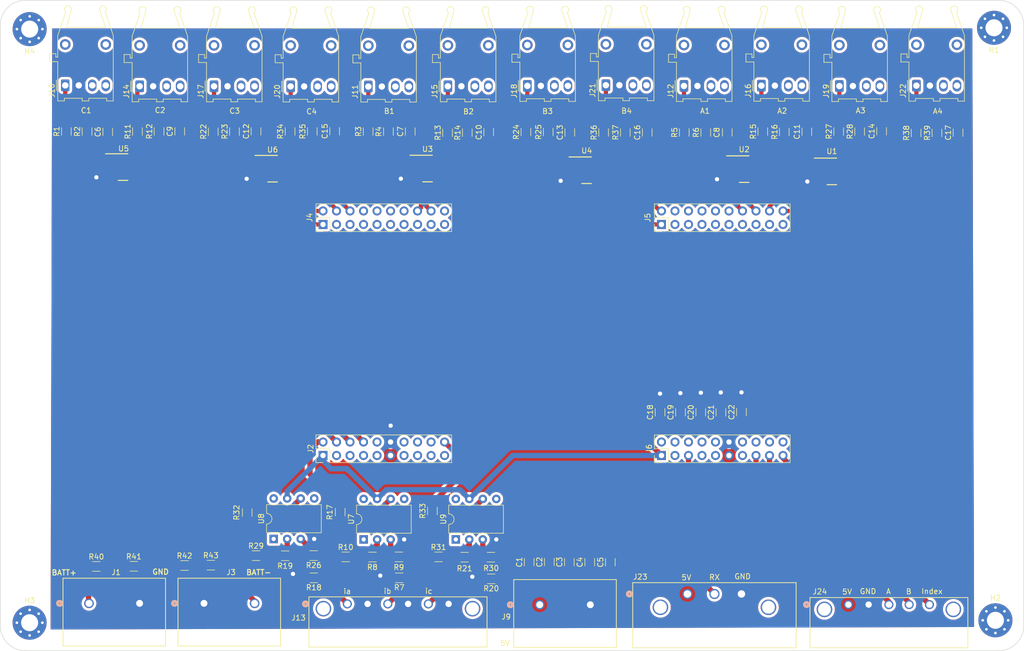
<source format=kicad_pcb>
(kicad_pcb (version 20221018) (generator pcbnew)
  (layers (0 "F.Cu" signal) (31 "B.Cu" signal) (34 "B.Paste" user) (35 "F.Paste" user) (36 "B.SilkS" user "B.Silkscreen") (37 "F.SilkS" user "F.Silkscreen") (38 "B.Mask" user) (39 "F.Mask" user) (44 "Edge.Cuts" user))
  (net 0 "")
  (net 1 "VCC")
  (net 2 "GND")
  (net 3 "+3.3V")
  (net 4 "/CH_A")
  (net 5 "/CH_B")
  (net 6 "/Index")
  (net 7 "+BATT")
  (net 9 "/sample_1")
  (net 11 "/sample_2")
  (net 13 "/ia_adc")
  (net 14 "/ib_adc")
  (net 15 "/ic_adc")
  (net 20 "/C1")
  (net 21 "/C2")
  (net 22 "/C3")
  (net 23 "/C4")
  (net 24 "/B1")
  (net 25 "/B2")
  (net 30 "/B3")
  (net 31 "/B4")
  (net 32 "/A1")
  (net 33 "/A2")
  (net 34 "/A3")
  (net 35 "/A4")
  (net 39 "/C1_In")
  (net 44 "/B1_In")
  (net 49 "/A1_In")
  (net 54 "ia_signal")
  (net 55 "ib_signal")
  (net 56 "ic_signal")
  (net 57 "/C2_In")
  (net 62 "/B2_In")
  (net 67 "/A2_In")
  (net 72 "/C3_In")
  (net 77 "/B3_In")
  (net 82 "/A3_In")
  (net 87 "/C4_In")
  (net 92 "/B4_In")
  (net 97 "/A4_In")
  (net 102 "Net-(U7-+)")
  (net 103 "Net-(U7--)")
  (net 104 "Net-(R10-Pad1)")
  (net 105 "Net-(U8-+)")
  (net 106 "Net-(U8--)")
  (net 107 "Net-(U9-+)")
  (net 108 "Net-(U9--)")
  (net 109 "Net-(R29-Pad1)")
  (net 110 "Net-(R31-Pad1)")
  (net 156 "/SCIC_RX")
  (net 160 "-BATT")
  (footprint "Package_DIP:DIP-8_W7.62mm" (layer "F.Cu") (at 110.74 128.34 90)
    (fp_text reference "U9")
    (fp_text value "TLV2371P")
  )
  (footprint "FYP_Components:SN75451BD" (layer "F.Cu") (at 181.47 59.07)
    (fp_text reference "U1")
    (fp_text value "SN75451BD")
  )
  (footprint "Resistor_SMD:R_1206_3216Metric" (layer "F.Cu") (at 50.865 51.5625 90)
    (fp_text reference "R11")
    (fp_text value "100")
  )
  (footprint "Resistor_SMD:R_1206_3216Metric" (layer "F.Cu") (at 117.35 131.68)
    (fp_text reference "R30")
    (fp_text value "4.3k")
  )
  (footprint "FYP_Components:SN75451BD" (layer "F.Cu") (at 76.29 58.56)
    (fp_text reference "U6")
    (fp_text value "SN75451BD")
  )
  (footprint "Resistor_SMD:R_1206_3216Metric" (layer "F.Cu") (at 73.17 131.39)
    (fp_text reference "R29")
    (fp_text value "10k")
  )
  (footprint "OptoDevice:Broadcom_AFBR-16xxZ_Horizontal" (layer "F.Cu") (at 182.88 43.005 90)
    (fp_text reference "J19")
    (fp_text value "HFBR-1521Z")
  )
  (footprint "MountingHole:MountingHole_3.2mm_M3_Pad_Via" (layer "F.Cu") (at 212.23 143.56)
    (fp_text reference "H2")
    (fp_text value "MountingHole")
  )
  (footprint "Resistor_SMD:R_1206_3216Metric" (layer "F.Cu") (at 201.23 51.8225 90)
    (fp_text reference "R39")
    (fp_text value "100")
  )
  (footprint "Resistor_SMD:R_1206_3216Metric" (layer "F.Cu") (at 78.66 131.41)
    (fp_text reference "R19")
    (fp_text value "20k")
  )
  (footprint "Connector_PinHeader_2.54mm:PinHeader_2x10_P2.54mm_Vertical" (layer "F.Cu") (at 85.7716 69.05774 90)
    (fp_text reference "J4")
    (fp_text value "Conn_02x10_Top_Bottom")
  )
  (footprint "Resistor_SMD:R_1206_3216Metric" (layer "F.Cu") (at 138.54 51.7425 90)
    (fp_text reference "R36")
    (fp_text value "100")
  )
  (footprint "Capacitor_SMD:C_1206_3216Metric" (layer "F.Cu") (at 161.79 51.72 90)
    (fp_text reference "C8")
    (fp_text value "4.7u")
  )
  (footprint "FYP_Components:SN75451BD" (layer "F.Cu") (at 105.43 58.53)
    (fp_text reference "U3")
    (fp_text value "SN75451BD")
  )
  (footprint "Connector_PinHeader_2.54mm:PinHeader_2x10_P2.54mm_Vertical" (layer "F.Cu") (at 149.424 69.05774 90)
    (fp_text reference "J5")
    (fp_text value "Conn_02x10_Top_Bottom")
  )
  (footprint "Resistor_SMD:R_1206_3216Metric" (layer "F.Cu") (at 41.39 51.555 90)
    (fp_text reference "R2")
    (fp_text value "100")
  )
  (footprint "Resistor_SMD:R_1206_3216Metric" (layer "F.Cu") (at 182.75 51.5725 90)
    (fp_text reference "R27")
    (fp_text value "100")
  )
  (footprint "Resistor_SMD:R_1206_3216Metric" (layer "F.Cu") (at 153.71 51.7425 90)
    (fp_text reference "R5")
    (fp_text value "100")
  )
  (footprint "OptoDevice:Broadcom_AFBR-16xxZ_Horizontal" (layer "F.Cu") (at 37.29 42.88 90)
    (fp_text reference "J10")
    (fp_text value "HFBR-1521Z")
  )
  (footprint "Resistor_SMD:R_1206_3216Metric" (layer "F.Cu") (at 59.72 133.24)
    (fp_text reference "R42")
    (fp_text value "1k")
  )
  (footprint "Resistor_SMD:R_1206_3216Metric" (layer "F.Cu") (at 107.49 131.63)
    (fp_text reference "R31")
    (fp_text value "10k")
  )
  (footprint "Resistor_SMD:R_1206_3216Metric" (layer "F.Cu") (at 50.19 133.39)
    (fp_text reference "R41")
    (fp_text value "1k")
  )
  (footprint "OptoDevice:Broadcom_AFBR-16xxZ_Horizontal" (layer "F.Cu") (at 79.68 43.075 90)
    (fp_text reference "J20")
    (fp_text value "HFBR-1521Z")
  )
  (footprint "Capacitor_SMD:C_1206_3216Metric" (layer "F.Cu") (at 102.17 51.57 90)
    (fp_text reference "C7")
    (fp_text value "4.7u")
  )
  (footprint "Resistor_SMD:R_1206_3216Metric" (layer "F.Cu") (at 83.75 51.555 90)
    (fp_text reference "R35")
    (fp_text value "100")
  )
  (footprint "Resistor_SMD:R_1206_3216Metric" (layer "F.Cu") (at 54.935 51.5425 90)
    (fp_text reference "R12")
    (fp_text value "100")
  )
  (footprint "Resistor_SMD:R_1206_3216Metric" (layer "F.Cu") (at 112.9 51.775 90)
    (fp_text reference "R14")
    (fp_text value "100")
  )
  (footprint "Resistor_SMD:R_1206_3216Metric" (layer "F.Cu") (at 197.31 51.8425 90)
    (fp_text reference "R38")
    (fp_text value "100")
  )
  (footprint "Capacitor_SMD:C_1206_3216Metric" (layer "F.Cu") (at 146.74 51.75 90)
    (fp_text reference "C16")
    (fp_text value "4.7u")
  )
  (footprint "Capacitor_SMD:C_1206_3216Metric" (layer "F.Cu") (at 135.93 132.62 90)
    (fp_text reference "C4")
    (fp_text value "0.1u")
  )
  (footprint "Resistor_SMD:R_1206_3216Metric" (layer "F.Cu") (at 84.04 135.57 180)
    (fp_text reference "R18")
    (fp_text value "5.6k")
  )
  (footprint "Capacitor_SMD:C_1206_3216Metric" (layer "F.Cu") (at 153.0016 104.41774 90)
    (fp_text reference "C19")
    (fp_text value "0.1u")
  )
  (footprint "Resistor_SMD:R_1206_3216Metric" (layer "F.Cu") (at 79.57 51.555 90)
    (fp_text reference "R34")
    (fp_text value "100")
  )
  (footprint "Resistor_SMD:R_1206_3216Metric" (layer "F.Cu") (at 157.75 51.7425 90)
    (fp_text reference "R6")
    (fp_text value "100")
  )
  (footprint "OptoDevice:Broadcom_AFBR-16xxZ_Horizontal" (layer "F.Cu") (at 109.25 43.045 90)
    (fp_text reference "J15")
    (fp_text value "HFBR-1521Z")
  )
  (footprint "MountingHole:MountingHole_3.2mm_M3_Pad_Via" (layer "F.Cu") (at 30.6 32.29 180)
    (fp_text reference "H4")
    (fp_text value "MountingHole")
  )
  (footprint "Resistor_SMD:R_1206_3216Metric" (layer "F.Cu") (at 100.05 131.63)
    (fp_text reference "R9")
    (fp_text value "4.3k")
  )
  (footprint "Capacitor_SMD:C_1206_3216Metric" (layer "F.Cu") (at 156.8116 104.41774 90)
    (fp_text reference "C20")
    (fp_text value "0.1u")
  )
  (footprint "Capacitor_SMD:C_1206_3216Metric" (layer "F.Cu") (at 58.82 51.54 90)
    (fp_text reference "C9")
    (fp_text value "4.7u")
  )
  (footprint "OptoDevice:Broadcom_AFBR-16xxZ_Horizontal" (layer "F.Cu") (at 168.21 42.935 90)
    (fp_text reference "J16")
    (fp_text value "HFBR-1521Z")
  )
  (footprint "Resistor_SMD:R_1206_3216Metric" (layer "F.Cu") (at 112.39 131.68)
    (fp_text reference "R21")
    (fp_text value "20k")
  )
  (footprint "Capacitor_SMD:C_1206_3216Metric" (layer "F.Cu") (at 176.76 51.6 90)
    (fp_text reference "C11")
    (fp_text value "4.7u")
  )
  (footprint "Capacitor_SMD:C_1206_3216Metric" (layer "F.Cu") (at 116.93 51.69 90)
    (fp_text reference "C10")
    (fp_text value "4.7u")
  )
  (footprint "Resistor_SMD:R_1206_3216Metric" (layer "F.Cu") (at 65.12 51.6025 90)
    (fp_text reference "R22")
    (fp_text value "100")
  )
  (footprint "Capacitor_SMD:C_1206_3216Metric" (layer "F.Cu") (at 190.82 51.51 90)
    (fp_text reference "C14")
    (fp_text value "4.7u")
  )
  (footprint "FYP_Components:CONN_1714971_PXC" (layer "F.Cu") (at 126.523399 140.630001)
    (fp_text reference "J9")
    (fp_text value "1714971")
  )
  (footprint "Resistor_SMD:R_1206_3216Metric" (layer "F.Cu") (at 168.48 51.575 90)
    (fp_text reference "R15")
    (fp_text value "100")
  )
  (footprint "FYP_Components:CONN_1714971_PXC" (layer "F.Cu") (at 63.383399 140.370001)
    (fp_text reference "J3")
    (fp_text value "1714971")
  )
  (footprint "OptoDevice:Broadcom_AFBR-16xxZ_Horizontal" (layer "F.Cu") (at 65.27 43.045 90)
    (fp_text reference "J17")
    (fp_text value "HFBR-1521Z")
  )
  (footprint "Resistor_SMD:R_1206_3216Metric" (layer "F.Cu") (at 109.19 51.795 90)
    (fp_text reference "R13")
    (fp_text value "100")
  )
  (footprint "FYP_Components:CONN_1776511" (layer "F.Cu") (at 164.4634 138.605596)
    (fp_text reference "J23")
    (fp_text value "Conn_01x03")
  )
  (footprint "Resistor_SMD:R_1206_3216Metric" (layer "F.Cu") (at 69.11 51.5825 90)
    (fp_text reference "R23")
    (fp_text value "100")
  )
  (footprint "OptoDevice:Broadcom_AFBR-16xxZ_Horizontal" (layer "F.Cu") (at 124.2 42.975 90)
    (fp_text reference "J18")
    (fp_text value "HFBR-1521Z")
  )
  (footprint "Resistor_SMD:R_1206_3216Metric" (layer "F.Cu") (at 95.07 131.65)
    (fp_text reference "R8")
    (fp_text value "20k")
  )
  (footprint "Resistor_SMD:R_1206_3216Metric" (layer "F.Cu") (at 123.93 51.66 90)
    (fp_text reference "R24")
    (fp_text value "100")
  )
  (footprint "Resistor_SMD:R_1206_3216Metric" (layer "F.Cu") (at 90.03 131.63)
    (fp_text reference "R10")
    (fp_text value "10k")
  )
  (footprint "Capacitor_SMD:C_1206_3216Metric" (layer "F.Cu") (at 164.4616 104.38774 90)
    (fp_text reference "C22")
    (fp_text value "0.1u")
  )
  (footprint "Resistor_SMD:R_1206_3216Metric" (layer "F.Cu") (at 64.68 133.18)
    (fp_text reference "R43")
    (fp_text value "120k")
  )
  (footprint "Capacitor_SMD:C_1206_3216Metric" (layer "F.Cu") (at 139.8 132.63 90)
    (fp_text reference "C5")
    (fp_text value "0.1u")
  )
  (footprint "Resistor_SMD:R_1206_3216Metric" (layer "F.Cu") (at 142.62 51.7425 90)
    (fp_text reference "R37")
    (fp_text value "100")
  )
  (footprint "Resistor_SMD:R_1206_3216Metric" (layer "F.Cu") (at 94.25 51.5725 90)
    (fp_text reference "R3")
    (fp_text value "100")
  )
  (footprint "Resistor_SMD:R_1206_3216Metric" (layer "F.Cu") (at 106.34 122.99 -90)
    (fp_text reference "R33")
    (fp_text value "330")
  )
  (footprint "Resistor_SMD:R_1206_3216Metric" (layer "F.Cu") (at 37.5 51.555 90)
    (fp_text reference "R1")
    (fp_text value "100")
  )
  (footprint "OptoDevice:Broadcom_AFBR-16xxZ_Horizontal" (layer "F.Cu") (at 94.29 43.1 90)
    (fp_text reference "J11")
    (fp_text value "HFBR-1521Z")
  )
  (footprint "Resistor_SMD:R_1206_3216Metric" (layer "F.Cu") (at 100.11 135.57 180)
    (fp_text reference "R7")
    (fp_text value "5.6k")
  )
  (footprint "OptoDevice:Broadcom_AFBR-16xxZ_Horizontal" (layer "F.Cu") (at 197.37 42.93 90)
    (fp_text reference "J22")
    (fp_text value "HFBR-1521Z")
  )
  (footprint "Resistor_SMD:R_1206_3216Metric" (layer "F.Cu") (at 89 123.2 -90)
    (fp_text reference "R17")
    (fp_text value "330")
  )
  (footprint "FYP_Components:SN75451BD" (layer "F.Cu") (at 164.98 58.64)
    (fp_text reference "U2")
    (fp_text value "SN75451BD")
  )
  (footprint "Package_DIP:DIP-8_W7.62mm" (layer "F.Cu") (at 93.41 128.34 90)
    (fp_text reference "U7")
    (fp_text value "TLV2371P")
  )
  (footprint "Capacitor_SMD:C_1206_3216Metric" (layer "F.Cu") (at 87.96 51.51 90)
    (fp_text reference "C15")
    (fp_text value "4.7u")
  )
  (footprint "Resistor_SMD:R_1206_3216Metric" (layer "F.Cu") (at 71.51 123.27 -90)
    (fp_text reference "R32")
    (fp_text value "330")
  )
  (footprint "Capacitor_SMD:C_1206_3216Metric" (layer "F.Cu") (at 132.09 132.6 90)
    (fp_text reference "C3")
    (fp_text value "0.1u")
  )
  (footprint "FYP_Components:CONN_1827907" (layer "F.Cu") (at 109.39 140.47)
    (fp_text reference "J13")
    (fp_text value "1827907")
  )
  (footprint "Capacitor_SMD:C_1206_3216Metric" (layer "F.Cu") (at 45.28 51.63 90)
    (fp_text reference "C6")
    (fp_text value "4.7u")
  )
  (footprint "Capacitor_SMD:C_1206_3216Metric" (layer "F.Cu") (at 149.1516 104.40274 90)
    (fp_text reference "C18")
    (fp_text value "0.1u")
  )
  (footprint "Capacitor_SMD:C_1206_3216Metric" (layer "F.Cu") (at 128.33 132.6 90)
    (fp_text reference "C2")
    (fp_text value "0.1u")
  )
  (footprint "OptoDevice:Broadcom_AFBR-16xxZ_Horizontal" (layer "F.Cu") (at 138.97 42.845 90)
    (fp_text reference "J21")
    (fp_text value "HFBR-1521Z")
  )
  (footprint "Resistor_SMD:R_1206_3216Metric" (layer "F.Cu") (at 128.12 51.66 90)
    (fp_text reference "R25")
    (fp_text value "100")
  )
  (footprint "Resistor_SMD:R_1206_3216Metric" (layer "F.Cu") (at 84 131.38)
    (fp_text reference "R26")
    (fp_text value "4.3k")
  )
  (footprint "Resistor_SMD:R_1206_3216Metric" (layer "F.Cu") (at 117.4 135.76 180)
    (fp_text reference "R20")
    (fp_text value "5.6k")
  )
  (footprint "Resistor_SMD:R_1206_3216Metric" (layer "F.Cu") (at 172.52 51.6325 90)
    (fp_text reference "R16")
    (fp_text value "100")
  )
  (footprint "Package_DIP:DIP-8_W7.62mm" (layer "F.Cu") (at 76.49 128.25 90)
    (fp_text reference "U8")
    (fp_text value "TLV2371P")
  )
  (footprint "FYP_Components:CONN_1714971_PXC" (layer "F.Cu") (at 41.753399 140.370001)
    (fp_text reference "J1")
    (fp_text value "1714971")
  )
  (footprint "OptoDevice:Broadcom_AFBR-16xxZ_Horizontal" (layer "F.Cu") (at 51.28 43.045 90)
    (fp_text reference "J14")
    (fp_text value "HFBR-1521Z")
  )
  (footprint "Capacitor_SMD:C_1206_3216Metric" (layer "F.Cu") (at 132.18 51.7375 90)
    (fp_text reference "C13")
    (fp_text value "4.7u")
  )
  (footprint "Resistor_SMD:R_1206_3216Metric" (layer "F.Cu") (at 43.13 133.42)
    (fp_text reference "R40")
    (fp_text value "120k")
  )
  (footprint "MountingHole:MountingHole_3.2mm_M3_Pad_Via" (layer "F.Cu") (at 30.59 144.01)
    (fp_text reference "H3")
    (fp_text value "MountingHole")
  )
  (footprint "OptoDevice:Broadcom_AFBR-16xxZ_Horizontal" (layer "F.Cu") (at 153.65 42.985 90)
    (fp_text reference "J12")
    (fp_text value "HFBR-1521Z")
  )
  (footprint "FYP_Components:SN75451BD" (layer "F.Cu") (at 135.34 58.85)
    (fp_text reference "U4")
    (fp_text value "SN75451BD")
  )
  (footprint "Connector_PinHeader_2.54mm:PinHeader_2x10_P2.54mm_Vertical" (layer "F.Cu") (at 149.424 112.54 90)
    (fp_text reference "J6")
    (fp_text value "Conn_02x10_Top_Bottom")
  )
  (footprint "Capacitor_SMD:C_1206_3216Metric" (layer "F.Cu") (at 124.5434 132.610001 90)
    (fp_text reference "C1")
    (fp_text value "0.1u")
  )
  (footprint "Capacitor_SMD:C_1206_3216Metric" (layer "F.Cu") (at 205.2 51.78 90)
    (fp_text reference "C17")
    (fp_text value "4.7u")
  )
  (footprint "Connector_PinHeader_2.54mm:PinHeader_2x10_P2.54mm_Vertical" (layer "F.Cu") (at 85.7716 112.54 90)
    (fp_text reference "J2")
    (fp_text value "Conn_02x10_Top_Bottom")
  )
  (footprint "Resistor_SMD:R_1206_3216Metric" (layer "F.Cu") (at 186.69 51.5725 90)
    (fp_text reference "R28")
    (fp_text value "100")
  )
  (footprint "FYP_Components:CONN_1827897" (layer "F.Cu") (at 199.8134 140.6026)
    (fp_text reference "J24")
    (fp_text value "Conn_01x05")
  )
  (footprint "Capacitor_SMD:C_1206_3216Metric" (layer "F.Cu") (at 160.6016 104.41774 90)
    (fp_text reference "C21")
    (fp_text value "0.1u")
  )
  (footprint "FYP_Components:SN75451BD" (layer "F.Cu") (at 48.165002 58.255)
    (fp_text reference "U5")
    (fp_text value "SN75451BD")
  )
  (footprint "MountingHole:MountingHole_3.2mm_M3_Pad_Via" (layer "F.Cu") (at 211.96 32.04 180)
    (fp_text reference "H1")
    (fp_text value "MountingHole")
  )
  (footprint "Resistor_SMD:R_1206_3216Metric" (layer "F.Cu") (at 98.07 51.5825 90)
    (fp_text reference "R4")
    (fp_text value "100")
  )
  (footprint "Capacitor_SMD:C_1206_3216Metric" (layer "F.Cu") (at 73.17 51.54 90)
    (fp_text reference "C12")
    (fp_text value "4.7u")
  )
  (gr_arc (start 217.56 144.569907) (mid 216.183148 147.893148) (end 212.859681 149.269453) (stroke (width 0.1)) (layer "Edge.Cuts"))
  (gr_line (start 217.56 144.569907) (end 217.56 31.57) (stroke (width 0.1)) (layer "Edge.Cuts"))
  (gr_arc (start 29.778917 149.269463) (mid 26.448824 147.889773) (end 25.069681 144.559453) (stroke (width 0.1)) (layer "Edge.Cuts"))
  (gr_arc (start 25.069681 31.559546) (mid 26.446533 28.236305) (end 29.77 26.86) (stroke (width 0.1)) (layer "Edge.Cuts"))
  (gr_line (start 212.859681 149.269453) (end 29.778917 149.269463) (stroke (width 0.1)) (layer "Edge.Cuts"))
  (gr_line (start 212.850764 26.86) (end 29.77 26.86) (stroke (width 0.1)) (layer "Edge.Cuts"))
  (gr_line (start 25.069681 31.559546) (end 25.069681 144.559453) (stroke (width 0.1)) (layer "Edge.Cuts"))
  (gr_arc (start 212.850764 26.85999) (mid 216.180857 28.23968) (end 217.56 31.57) (stroke (width 0.1)) (layer "Edge.Cuts"))
  (gr_text "A4" (at 200.39 48.33) (layer "F.SilkS") (effects (font (size 1 1)) (justify left bottom)))
  (gr_text "B" (at 195.33 138.74) (layer "F.SilkS") (effects (font (size 1 1)) (justify left bottom)))
  (gr_text "ib" (at 97.11 138.66) (layer "F.SilkS") (effects (font (size 1 1)) (justify left bottom)))
  (gr_text "B2" (at 112.05 48.39) (layer "F.SilkS") (effects (font (size 1 1)) (justify left bottom)))
  (gr_text "ia" (at 89.54 138.69) (layer "F.SilkS") (effects (font (size 1 1)) (justify left bottom)))
  (gr_text "5V" (at 183.33 138.78) (layer "F.SilkS") (effects (font (size 1 1)) (justify left bottom)))
  (gr_text "A" (at 191.59 138.72) (layer "F.SilkS") (effects (font (size 1 1)) (justify left bottom)))
  (gr_text "5V" (at 118.99 148.47) (layer "F.SilkS") (effects (font (size 1 1)) (justify left bottom)))
  (gr_text "B4" (at 141.79 48.27) (layer "F.SilkS") (effects (font (size 1 1)) (justify left bottom)))
  (gr_text "Index" (at 198.22 138.69) (layer "F.SilkS") (effects (font (size 1 1)) (justify left bottom)))
  (gr_text "C4" (at 82.55 48.38) (layer "F.SilkS") (effects (font (size 1 1)) (justify left bottom)))
  (gr_text "GND" (at 53.57 135.03) (layer "F.SilkS") (effects (font (size 1 1) (thickness 0.1875)) (justify left bottom)))
  (gr_text "ic" (at 104.89 138.66) (layer "F.SilkS") (effects (font (size 1 1)) (justify left bottom)))
  (gr_text "BATT-" (at 71.24 135.13) (layer "F.SilkS") (effects (font (size 1 1) (thickness 0.1875)) (justify left bottom)))
  (gr_text "A2" (at 171.12 48.27) (layer "F.SilkS") (effects (font (size 1 1)) (justify left bottom)))
  (gr_text "B3" (at 126.93 48.33) (layer "F.SilkS") (effects (font (size 1 1)) (justify left bottom)))
  (gr_text "BATT+" (at 34.65 135.17) (layer "F.SilkS") (effects (font (size 1 1) (thickness 0.1875)) (justify left bottom)))
  (gr_text "RX" (at 158.32 136.04) (layer "F.SilkS") (effects (font (size 1 1)) (justify left bottom)))
  (gr_text "C1" (at 40.15 48.19) (layer "F.SilkS") (effects (font (size 1 1)) (justify left bottom)))
  (gr_text "A3" (at 185.87 48.21) (layer "F.SilkS") (effects (font (size 1 1)) (justify left bottom)))
  (gr_text "GND" (at 163.06 135.9) (layer "F.SilkS") (effects (font (size 1 1)) (justify left bottom)))
  (gr_text "C2" (at 54.05 48.15) (layer "F.SilkS") (effects (font (size 1 1)) (justify left bottom)))
  (gr_text "A1" (at 156.6 48.27) (layer "F.SilkS") (effects (font (size 1 1)) (justify left bottom)))
  (gr_text "5V" (at 153.11 136.09) (layer "F.SilkS") (effects (font (size 1 1)) (justify left bottom)))
  (gr_text "C3" (at 68.07 48.27) (layer "F.SilkS") (effects (font (size 1 1)) (justify left bottom)))
  (gr_text "B1" (at 97.15 48.31) (layer "F.SilkS") (effects (font (size 1 1)) (justify left bottom)))
  (gr_text "GND" (at 186.64 138.7) (layer "F.SilkS") (effects (font (size 1 1)) (justify left bottom)))
  (segment (start 118.36 128.34) (end 118.36 131.2275) (width 1) (layer "F.Cu") (net 2))
  (segment (start 53.82 43.045) (end 53.82 45.04) (width 0.8) (layer "F.Cu") (net 2))
  (segment (start 156.8116 102.94274) (end 160.6016 102.94274) (width 1) (layer "F.Cu") (net 2))
  (segment (start 156.8116 100.7384) (end 156.83 100.72) (width 1) (layer "F.Cu") (net 2))
  (segment (start 135.93 131.145) (end 139.79 131.145) (width 1) (layer "F.Cu") (net 2))
  (segment (start 96.5325 135.1525) (end 96.54 135.16) (width 0.25) (layer "F.Cu") (net 2))
  (segment (start 170.75 42.935) (end 170.75 44.115) (width 0.8) (layer "F.Cu") (net 2))
  (segment (start 149.15 100.9) (end 149.15 102.92614) (width 1) (layer "F.Cu") (net 2))
  (segment (start 199.91 45.015) (end 205.2 50.305) (width 0.8) (layer "F.Cu") (net 2))
  (segment (start 45.28 50.12) (end 45.28 50.155) (width 0.8) (layer "F.Cu") (net 2))
  (segment (start 51.2734 139.9509) (end 51.2734 140.370001) (width 1) (layer "F.Cu") (net 2))
  (segment (start 185.42 44.635) (end 190.82 50.035) (width 0.8) (layer "F.Cu") (net 2))
  (segment (start 162.254999 60.545) (end 159.865 60.545) (width 0.8) (layer "F.Cu") (net 2))
  (segment (start 84.11 128.25) (end 84.11 130.0275) (width 1) (layer "F.Cu") (net 2))
  (segment (start 51.6525 139.990901) (end 51.2734 140.370001) (width 1) (layer "F.Cu") (net 2))
  (segment (start 82.22 43.075) (end 82.22 44.295) (width 0.8) (layer "F.Cu") (net 2))
  (segment (start 118.36 131.2275) (end 118.8125 131.68) (width 1) (layer "F.Cu") (net 2))
  (segment (start 128.319999 131.135001) (end 128.33 131.125) (width 0.25) (layer "F.Cu") (net 2))
  (segment (start 98.4716 110) (end 98.4716 106.9484) (width 1) (layer "F.Cu") (net 2))
  (segment (start 135.93 131.145) (end 137.93 133.145) (width 1) (layer "F.Cu") (net 2))
  (segment (start 160.6016 102.94274) (end 164.4316 102.94274) (width 1) (layer "F.Cu") (net 2))
  (segment (start 160.6016 100.7016) (end 160.58 100.68) (width 1) (layer "F.Cu") (net 2))
  (segment (start 152.9866 102.92774) (end 153.0016 102.94274) (width 0.25) (layer "F.Cu") (net 2))
  (segment (start 126.74 42.975) (end 126.74 44.8225) (width 0.8) (layer "F.Cu") (net 2))
  (segment (start 96.5325 131.65) (end 96.5325 135.1525) (width 1) (layer "F.Cu") (net 2))
  (segment (start 98.4716 106.9484) (end 98.49 106.93) (width 0.25) (layer "F.Cu") (net 2))
  (segment (start 63.383399 140.1934) (end 63.383399 140.370001) (width 1) (layer "F.Cu") (net 2))
  (segment (start 102.704999 60.435) (end 100.415 60.435) (width 0.8) (layer "F.Cu") (net 2))
  (segment (start 80.1225 131.41) (end 80.1225 134.8275) (width 1) (layer "F.Cu") (net 2))
  (segment (start 152.98 102.92114) (end 152.9866 102.92774) (width 0.25) (layer "F.Cu") (net 2))
  (segment (start 67.81 43.045) (end 67.81 44.73) (width 0.8) (layer "F.Cu") (net 2))
  (segment (start 137.93 138.743401) (end 136.0434 140.630001) (width 1) (layer "F.Cu") (net 2))
  (segment (start 160.6016 102.94274) (end 160.6016 100.7016) (width 1) (layer "F.Cu") (net 2))
  (segment (start 199.91 42.93) (end 199.91 45.015) (width 0.8) (layer "F.Cu") (net 2))
  (segment (start 178.744999 60.975) (end 176.855 60.975) (width 0.8) (layer "F.Cu") (net 2))
  (segment (start 100.415 60.435) (end 100.41 60.44) (width 0.8) (layer "F.Cu") (net 2))
  (segment (start 152.98 100.8) (end 152.98 102.92114) (width 1) (layer "F.Cu") (net 2))
  (segment (start 101.03 131.1475) (end 101.5125 131.63) (width 1) (layer "F.Cu") (net 2))
  (segment (start 58.82 50.04) (end 58.82 50.065) (width 0.8) (layer "F.Cu") (net 2))
  (segment (start 39.83 42.88) (end 39.83 44.67) (width 0.8) (layer "F.Cu") (net 2))
  (segment (start 84.11 130.0275) (end 85.4625 131.38) (width 1) (layer "F.Cu") (net 2))
  (segment (start 139.79 131.145) (end 139.8 131.155) (width 0.25) (layer "F.Cu") (net 2))
  (segment (start 135.91 131.125) (end 135.93 131.145) (width 0.25) (layer "F.Cu") (net 2))
  (segment (start 80.1225 134.8275) (end 80.12 134.83) (width 0.25) (layer "F.Cu") (net 2))
  (segment (start 141.51 42.845) (end 141.51 45.045) (width 0.8) (layer "F.Cu") (net 2))
  (segment (start 185.42 43.005) (end 185.42 44.635) (width 0.8) (layer "F.Cu") (net 2))
  (segment (start 149.15 102.92614) (end 149.1516 102.92774) (width 0.25) (layer "F.Cu") (net 2))
  (segment (start 156.19 44.645) (end 161.79 50.245) (width 0.8) (layer "F.Cu") (net 2))
  (segment (start 170.75 44.115) (end 176.76 50.125) (width 0.8) (layer "F.Cu") (net 2))
  (segment (start 39.83 44.67) (end 45.28 50.12) (width 0.8) (layer "F.Cu") (net 2))
  (segment (start 96.83 44.755) (end 102.17 50.095) (width 0.8) (layer "F.Cu") (net 2))
  (segment (start 111.79 45.075) (end 116.93 50.215) (width 0.8) (layer "F.Cu") (net 2))
  (segment (start 124.5434 131.135001) (end 128.319999 131.135001) (width 1) (layer "F.Cu") (net 2))
  (segment (start 128.33 131.125) (end 132.09 131.125) (width 1) (layer "F.Cu") (net 2))
  (segment (start 113.8525 131.68) (end 113.8525 135.3575) (width 1) (layer "F.Cu") (net 2))
  (segment (start 51.6525 133.39) (end 51.6525 139.990901) (width 1) (layer "F.Cu") (net 2))
  (segment (start 164.4316 102.94274) (end 164.4616 102.91274) (width 0.25) (layer "F.Cu") (net 2))
  (segment (start 73.145 50.065) (end 73.17 50.065) (width 0.8) (layer "F.Cu") (net 2))
  (segment (start 58.2575 135.067501) (end 63.383399 140.1934) (width 1) (layer "F.Cu") (net 2))
  (segment (start 130.545 60.755) (end 132.614999 60.755) (width 0.8) (layer "F.Cu") (net 2))
  (segment (start 96.83 43.1) (end 96.83 44.755) (width 0.8) (layer "F.Cu") (net 2))
  (segment (start 113.8525 135.3575) (end 113.85 135.36) (width 0.25) (layer "F.Cu") (net 2))
  (segment (start 73.564999 60.465) (end 71.415 60.465) (width 0.8) (layer "F.Cu") (net 2))
  (segment (start 164.4316 102.94274) (end 164.4316 100.6984) (width 1) (layer "F.Cu") (net 2))
  (segment (start 137.93 133.145) (end 137.93 138.743401) (width 1) (layer "F.Cu") (net 2))
  (segment (start 126.74 44.8225) (end 132.18 50.2625) (width 0.8) (layer "F.Cu") (net 2))
  (segment (start 164.4316 100.6984) (end 164.47 100.66) (width 0.25) (layer "F.Cu") (net 2))
  (segment (start 149.1516 102.92774) (end 152.9866 102.92774) (width 1) (layer "F.Cu") (net 2))
  (segment (start 82.22 44.295) (end 87.96 50.035) (width 0.8) (layer "F.Cu") (net 2))
  (segment (start 153.0016 102.94274) (end 156.8116 102.94274) (width 1) (layer "F.Cu") (net 2))
  (segment (start 71.415 60.465) (end 71.41 60.46) (width 0.8) (layer "F.Cu") (net 2))
  (segment (start 156.19 42.985) (end 156.19 44.645) (width 0.8) (layer "F.Cu") (net 2))
  (segment (start 130.46 60.84) (end 130.545 60.755) (width 0.8) (layer "F.Cu") (net 2))
  (segment (start 101.03 128.34) (end 101.03 131.1475) (width 1) (layer "F.Cu") (net 2))
  (segment (start 156.8116 102.94274) (end 156.8116 100.7384) (width 1) (layer "F.Cu") (net 2))
  (segment (start 141.51 45.045) (end 146.74 50.275) (width 0.8) (layer "F.Cu") (net 2))
  (segment (start 67.81 44.73) (end 73.145 50.065) (width 0.8) (layer "F.Cu") (net 2))
  (segment (start 111.79 43.045) (end 111.79 45.075) (width 0.8) (layer "F.Cu") (net 2))
  (segment (start 58.2575 133.24) (end 58.2575 135.067501) (width 1) (layer "F.Cu") (net 2))
  (segment (start 132.09 131.125) (end 135.91 131.125) (width 1) (layer "F.Cu") (net 2))
  (segment (start 53.82 45.04) (end 58.82 50.04) (width 0.8) (layer "F.Cu") (net 2))
  (segment (start 45.454999 60.185) (end 43.145 60.185) (width 0.8) (layer "F.Cu") (net 2))
  (via (at 43.145 60.185) (size 1.6) (drill 0.8) (layers "F.Cu" "B.Cu") (net 2))
  (via (at 96.54 135.16) (size 1.6) (drill 0.8) (layers "F.Cu" "B.Cu") (net 2))
  (via (at 152.98 100.8) (size 1.6) (drill 0.8) (layers "F.Cu" "B.Cu") (net 2))
  (via (at 98.49 106.93) (size 1.6) (drill 0.8) (layers "F.Cu" "B.Cu") (net 2))
  (via (at 80.12 134.83) (size 1.6) (drill 0.8) (layers "F.Cu" "B.Cu") (net 2))
  (via (at 160.58 100.68) (size 1.6) (drill 0.8) (layers "F.Cu" "B.Cu") (net 2))
  (via (at 149.15 100.9) (size 1.6) (drill 0.8) (layers "F.Cu" "B.Cu") (net 2))
  (via (at 130.46 60.84) (size 1.6) (drill 0.8) (layers "F.Cu" "B.Cu") (net 2))
  (via (at 71.41 60.46) (size 1.6) (drill 0.8) (layers "F.Cu" "B.Cu") (net 2))
  (via (at 100.41 60.44) (size 1.6) (drill 0.8) (layers "F.Cu" "B.Cu") (net 2))
  (via (at 156.83 100.72) (size 1.6) (drill 0.8) (layers "F.Cu" "B.Cu") (net 2))
  (via (at 164.47 100.66) (size 1.6) (drill 0.8) (layers "F.Cu" "B.Cu") (net 2))
  (via (at 176.855 60.975) (size 1.6) (drill 0.8) (layers "F.Cu" "B.Cu") (net 2))
  (via (at 113.85 135.36) (size 1.6) (drill 0.8) (layers "F.Cu" "B.Cu") (net 2))
  (via (at 159.865 60.545) (size 1.6) (drill 0.8) (layers "F.Cu" "B.Cu") (net 2))
  (segment (start 152.9866 105.87774) (end 153.0016 105.89274) (width 1) (layer "F.Cu") (net 3))
  (segment (start 156.8116 105.89274) (end 160.6016 105.89274) (width 1) (layer "F.Cu") (net 3))
  (segment (start 164.4316 105.89274) (end 164.4616 105.86274) (width 1) (layer "F.Cu") (net 3))
  (segment (start 146.98 108.04934) (end 146.98 110.096) (width 1) (layer "F.Cu") (net 3))
  (segment (start 146.98 110.096) (end 149.424 112.54) (width 1) (layer "F.Cu") (net 3))
  (segment (start 160.6016 105.89274) (end 164.4316 105.89274) (width 1) (layer "F.Cu") (net 3))
  (segment (start 153.0016 105.89274) (end 156.8116 105.89274) (width 1) (layer "F.Cu") (net 3))
  (segment (start 149.1516 105.87774) (end 152.9866 105.87774) (width 1) (layer "F.Cu") (net 3))
  (segment (start 149.1516 105.87774) (end 146.98 108.04934) (width 1) (layer "F.Cu") (net 3))
  (segment (start 95.95 120.72) (end 97.69 118.98) (width 1) (layer "B.Cu") (net 3))
  (segment (start 113.28 120.72) (end 121.46 112.54) (width 1) (layer "B.Cu") (net 3))
  (segment (start 85.7716 112.54) (end 79.03 119.2816) (width 1) (layer "B.Cu") (net 3))
  (segment (start 85.7716 112.54) (end 85.7716 113.5316) (width 1) (layer "B.Cu") (net 3))
  (segment (start 90.25 115.02) (end 95.95 120.72) (width 1) (layer "B.Cu") (net 3))
  (segment (start 87.26 115.02) (end 90.25 115.02) (width 1) (layer "B.Cu") (net 3))
  (segment (start 121.46 112.54) (end 149.424 112.54) (width 1) (layer "B.Cu") (net 3))
  (segment (start 95.95 120.72) (end 95.93 120.72) (width 0.25) (layer "B.Cu") (net 3))
  (segment (start 85.7716 113.5316) (end 87.26 115.02) (width 1) (layer "B.Cu") (net 3))
  (segment (start 97.69 118.98) (end 111.54 118.98) (width 1) (layer "B.Cu") (net 3))
  (segment (start 111.54 118.98) (end 113.28 120.72) (width 1) (layer "B.Cu") (net 3))
  (segment (start 79.03 119.2816) (end 79.03 120.63) (width 1) (layer "B.Cu") (net 3))
  (segment (start 167.204 112.54) (end 167.204 115.074) (width 1) (layer "F.Cu") (net 4))
  (segment (start 192.1934 140.0634) (end 192.1934 140.6026) (width 1) (layer "F.Cu") (net 4))
  (segment (start 167.204 115.074) (end 192.1934 140.0634) (width 1) (layer "F.Cu") (net 4))
  (segment (start 169.744 112.54) (end 169.744 112.794) (width 1) (layer "F.Cu") (net 5))
  (segment (start 169.744 113.944) (end 196.0034 140.2034) (width 1) (layer "F.Cu") (net 5))
  (segment (start 196.0034 140.2034) (end 196.0034 140.6026) (width 1) (layer "F.Cu") (net 5))
  (segment (start 169.744 112.54) (end 169.744 113.944) (width 1) (layer "F.Cu") (net 5))
  (segment (start 172.284 112.54) (end 172.284 113.044) (width 1) (layer "F.Cu") (net 6))
  (segment (start 172.284 113.044) (end 199.8134 140.5734) (width 1) (layer "F.Cu") (net 6))
  (segment (start 172.284 112.54) (end 172.03 112.54) (width 0.25) (layer "F.Cu") (net 6))
  (segment (start 199.8134 140.5734) (end 199.8134 140.6026) (width 1) (layer "F.Cu") (net 6))
  (segment (start 41.6675 140.284102) (end 41.753399 140.370001) (width 0.25) (layer "F.Cu") (net 7))
  (segment (start 41.6675 133.42) (end 41.6675 140.284102) (width 1) (layer "F.Cu") (net 7))
  (segment (start 44.5925 133.42) (end 48.6975 133.42) (width 1) (layer "F.Cu") (net 9))
  (segment (start 48.6975 133.42) (end 48.7275 133.39) (width 0.25) (layer "F.Cu") (net 9))
  (segment (start 48.75 133.39) (end 77.51 104.63) (width 1) (layer "F.Cu") (net 9))
  (segment (start 88.0216 104.63) (end 93.3916 110) (width 1) (layer "F.Cu") (net 9))
  (segment (start 77.51 104.63) (end 88.0216 104.63) (width 1) (layer "F.Cu") (net 9))
  (segment (start 48.7275 133.39) (end 48.75 133.39) (width 1) (layer "F.Cu") (net 9))
  (segment (start 61.1825 133.24) (end 63.1575 133.24) (width 1) (layer "F.Cu") (net 11))
  (segment (start 83.54 106.35) (end 63.2175 126.6725) (width 1) (layer "F.Cu") (net 11))
  (segment (start 90.8516 109.9916) (end 87.21 106.35) (width 1) (layer "F.Cu") (net 11))
  (segment (start 63.2175 126.6725) (end 63.2175 133.18) (width 1) (layer "F.Cu") (net 11))
  (segment (start 63.1575 133.24) (end 63.2175 133.18) (width 0.25) (layer "F.Cu") (net 11))
  (segment (start 87.21 106.35) (end 83.54 106.35) (width 1) (layer "F.Cu") (net 11))
  (segment (start 90.8516 110) (end 90.8516 109.9916) (width 0.25) (layer "F.Cu") (net 11))
  (segment (start 71.51 120.9) (end 84.38 108.03) (width 1) (layer "F.Cu") (net 13))
  (segment (start 84.38 108.03) (end 86.3416 108.03) (width 1) (layer "F.Cu") (net 13))
  (segment (start 71.51 121.8075) (end 71.51 120.9) (width 1) (layer "F.Cu") (net 13))
  (segment (start 86.3416 108.03) (end 88.3116 110) (width 1) (layer "F.Cu") (net 13))
  (segment (start 84.79 110) (end 85.7716 110) (width 1) (layer "F.Cu") (net 14))
  (segment (start 83.32 111.47) (end 84.79 110) (width 1) (layer "F.Cu") (net 14))
  (segment (start 89 121.7375) (end 83.32 116.0575) (width 1) (layer "F.Cu") (net 14))
  (segment (start 83.32 116.0575) (end 83.32 111.47) (width 1) (layer "F.Cu") (net 14))
  (segment (start 110.68 117.1875) (end 110.68 112.0484) (width 1) (layer "F.Cu") (net 15))
  (segment (start 106.34 121.5275) (end 110.68 117.1875) (width 1) (layer "F.Cu") (net 15))
  (segment (start 110.68 112.0484) (end 108.6316 110) (width 1) (layer "F.Cu") (net 15))
  (segment (start 46.465 57.645) (end 47.02 58.2) (width 0.8) (layer "F.Cu") (net 20))
  (segment (start 47.02 62.64) (end 53.43774 69.05774) (width 0.8) (layer "F.Cu") (net 20))
  (segment (start 47.02 58.2) (end 47.02 62.64) (width 0.8) (layer "F.Cu") (net 20))
  (segment (start 45.454999 57.645) (end 46.465 57.645) (width 0.8) (layer "F.Cu") (net 20))
  (segment (start 53.43774 69.05774) (end 85.7716 69.05774) (width 0.8) (layer "F.Cu") (net 20))
  (segment (start 52.255 57.645) (end 61.12774 66.51774) (width 0.8) (layer "F.Cu") (net 21))
  (segment (start 50.904998 57.645) (end 52.255 57.645) (width 0.8) (layer "F.Cu") (net 21))
  (segment (start 61.12774 66.51774) (end 85.7716 66.51774) (width 0.8) (layer "F.Cu") (net 21))
  (segment (start 88.3116 66.2516) (end 88.3116 66.51774) (width 0.8) (layer "F.Cu") (net 22))
  (segment (start 75.11 60.4) (end 78.68 63.97) (width 0.8) (layer "F.Cu") (net 22))
  (segment (start 86.03 63.97) (end 88.3116 66.2516) (width 0.8) (layer "F.Cu") (net 22))
  (segment (start 75.11 58.62) (end 75.11 60.4) (width 0.8) (layer "F.Cu") (net 22))
  (segment (start 78.68 63.97) (end 86.03 63.97) (width 0.8) (layer "F.Cu") (net 22))
  (segment (start 73.564999 57.925) (end 74.415 57.925) (width 0.8) (layer "F.Cu") (net 22))
  (segment (start 74.415 57.925) (end 75.11 58.62) (width 0.8) (layer "F.Cu") (net 22))
  (segment (start 82.25886 57.925) (end 90.8516 66.51774) (width 0.8) (layer "F.Cu") (net 23))
  (segment (start 79.014998 57.925) (end 82.25886 57.925) (width 0.8) (layer "F.Cu") (net 23))
  (segment (start 102.704999 57.895) (end 103.475 57.895) (width 0.8) (layer "F.Cu") (net 24))
  (segment (start 104.18 65.88934) (end 103.5516 66.51774) (width 0.8) (layer "F.Cu") (net 24))
  (segment (start 103.475 57.895) (end 104.18 58.6) (width 0.8) (layer "F.Cu") (net 24))
  (segment (start 104.18 58.6) (end 104.18 65.88934) (width 0.8) (layer "F.Cu") (net 24))
  (segment (start 108.154998 57.895) (end 106.245 57.895) (width 0.8) (layer "F.Cu") (net 25))
  (segment (start 105.240001 58.899999) (end 105.24 65.66614) (width 0.8) (layer "F.Cu") (net 25))
  (segment (start 106.245 57.895) (end 105.240001 58.899999) (width 0.8) (layer "F.Cu") (net 25))
  (segment (start 105.24 65.66614) (end 106.0916 66.51774) (width 0.8) (layer "F.Cu") (net 25))
  (segment (start 142.35774 69.05774) (end 149.424 69.05774) (width 0.8) (layer "F.Cu") (net 30))
  (segment (start 134.14 60.84) (end 142.35774 69.05774) (width 0.8) (layer "F.Cu") (net 30))
  (segment (start 133.585 58.215) (end 134.14 58.77) (width 0.8) (layer "F.Cu") (net 30))
  (segment (start 134.14 58.77) (end 134.14 60.84) (width 0.8) (layer "F.Cu") (net 30))
  (segment (start 132.614999 58.215) (end 133.585 58.215) (width 0.8) (layer "F.Cu") (net 30))
  (segment (start 138.064998 58.215) (end 140.86726 58.215) (width 0.8) (layer "F.Cu") (net 31))
  (segment (start 149.17 66.51774) (end 149.424 66.51774) (width 0.8) (layer "F.Cu") (net 31))
  (segment (start 140.86726 58.215) (end 149.17 66.51774) (width 0.8) (layer "F.Cu") (net 31))
  (segment (start 162.254999 58.005) (end 163.185 58.005) (width 0.8) (layer "F.Cu") (net 32))
  (segment (start 163.185 58.005) (end 163.81 58.63) (width 0.8) (layer "F.Cu") (net 32))
  (segment (start 163.81 58.63) (end 163.81 65.66374) (width 0.8) (layer "F.Cu") (net 32))
  (segment (start 163.81 65.66374) (end 164.664 66.51774) (width 0.8) (layer "F.Cu") (net 32))
  (segment (start 167.704998 58.005) (end 165.565 58.005) (width 0.8) (layer "F.Cu") (net 33))
  (segment (start 164.810001 58.759999) (end 164.810001 64.080001) (width 0.8) (layer "F.Cu") (net 33))
  (segment (start 167.204 66.474) (end 167.204 66.51774) (width 0.8) (layer "F.Cu") (net 33))
  (segment (start 165.565 58.005) (end 164.810001 58.759999) (width 0.8) (layer "F.Cu") (net 33))
  (segment (start 164.810001 64.080001) (end 167.204 66.474) (width 0.8) (layer "F.Cu") (net 33))
  (segment (start 176.975 58.435) (end 169.744 65.666) (width 0.8) (layer "F.Cu") (net 34))
  (segment (start 178.744999 58.435) (end 176.975 58.435) (width 0.8) (layer "F.Cu") (net 34))
  (segment (start 169.744 65.666) (end 169.744 66.51774) (width 0.8) (layer "F.Cu") (net 34))
  (segment (start 180.35 60.45) (end 180.35 61.62) (width 0.8) (layer "F.Cu") (net 35))
  (segment (start 175.45226 66.51774) (end 172.284 66.51774) (width 0.8) (layer "F.Cu") (net 35))
  (segment (start 180.35 61.62) (end 175.45226 66.51774) (width 0.8) (layer "F.Cu") (net 35))
  (segment (start 184.194998 58.435) (end 182.365 58.435) (width 0.8) (layer "F.Cu") (net 35))
  (segment (start 182.365 58.435) (end 180.35 60.45) (width 0.8) (layer "F.Cu") (net 35))
  (segment (start 44.545 58.915) (end 45.454999 58.915) (width 0.8) (layer "F.Cu") (net 39))
  (segment (start 37.29 49.8825) (end 37.5 50.0925) (width 0.8) (layer "F.Cu") (net 39))
  (segment (start 43.41 57.78) (end 44.545 58.915) (width 0.8) (layer "F.Cu") (net 39))
  (segment (start 37.5 50.0925) (end 41.39 50.0925) (width 0.8) (layer "F.Cu") (net 39))
  (segment (start 41.39 50.0925) (end 42.0725 50.0925) (width 0.8) (layer "F.Cu") (net 39))
  (segment (start 43.41 51.43) (end 43.41 57.78) (width 0.8) (layer "F.Cu") (net 39))
  (segment (start 37.29 42.88) (end 37.29 49.8825) (width 0.8) (layer "F.Cu") (net 39))
  (segment (start 42.0725 50.0925) (end 43.41 51.43) (width 0.8) (layer "F.Cu") (net 39))
  (segment (start 100.19 51.56) (end 100.19 57.86) (width 0.8) (layer "F.Cu") (net 44))
  (segment (start 100.19 57.86) (end 101.495 59.165) (width 0.8) (layer "F.Cu") (net 44))
  (segment (start 101.495 59.165) (end 102.704999 59.165) (width 0.8) (layer "F.Cu") (net 44))
  (segment (start 94.29 43.1) (end 94.29 50.07) (width 0.8) (layer "F.Cu") (net 44))
  (segment (start 98.75 50.12) (end 100.19 51.56) (width 0.8) (layer "F.Cu") (net 44))
  (segment (start 94.29 50.07) (end 94.25 50.11) (width 0.8) (layer "F.Cu") (net 44))
  (segment (start 94.25 50.11) (end 98.06 50.11) (width 0.8) (layer "F.Cu") (net 44))
  (segment (start 98.07 50.12) (end 98.75 50.12) (width 0.8) (layer "F.Cu") (net 44))
  (segment (start 98.06 50.11) (end 98.07 50.12) (width 0.8) (layer "F.Cu") (net 44))
  (segment (start 160.845 59.275) (end 162.254999 59.275) (width 0.8) (layer "F.Cu") (net 49))
  (segment (start 159.82 58.25) (end 160.845 59.275) (width 0.8) (layer "F.Cu") (net 49))
  (segment (start 157.75 50.28) (end 158.43 50.28) (width 0.8) (layer "F.Cu") (net 49))
  (segment (start 153.65 50.22) (end 153.71 50.28) (width 0.8) (layer "F.Cu") (net 49))
  (segment (start 158.43 50.28) (end 159.82 51.67) (width 0.8) (layer "F.Cu") (net 49))
  (segment (start 153.65 42.985) (end 153.65 50.22) (width 0.8) (layer "F.Cu") (net 49))
  (segment (start 153.71 50.28) (end 157.75 50.28) (width 0.8) (layer "F.Cu") (net 49))
  (segment (start 159.82 51.67) (end 159.82 58.25) (width 0.8) (layer "F.Cu") (net 49))
  (segment (start 90.34 140.4075) (end 90.34 140.47) (width 0.25) (layer "F.Cu") (net 54))
  (segment (start 85.5025 135.57) (end 90.34 140.4075) (width 1) (layer "F.Cu") (net 54))
  (segment (start 101.5725 135.57) (end 101.5725 136.8575) (width 1) (layer "F.Cu") (net 55))
  (segment (start 101.5725 136.8575) (end 97.96 140.47) (width 1) (layer "F.Cu") (net 55))
  (segment (start 118.8625 135.76) (end 116.3925 138.23) (width 1) (layer "F.Cu") (net 56))
  (segment (start 116.3925 138.23) (end 107.82 138.23) (width 1) (layer "F.Cu") (net 56))
  (segment (start 107.82 138.23) (end 105.58 140.47) (width 1) (layer "F.Cu") (net 56))
  (segment (start 50.32 50.1) (end 50.865 50.1) (width 0.8) (layer "F.Cu") (net 57))
  (segment (start 48.06 59.4) (end 48.06 52.36) (width 0.8) (layer "F.Cu") (net 57))
  (segment (start 50.85 50.085) (end 50.865 50.1) (width 0.8) (layer "F.Cu") (net 57))
  (segment (start 50.904998 60.185) (end 48.845 60.185) (width 0.8) (layer "F.Cu") (net 57))
  (segment (start 50.85 43.475) (end 50.85 50.085) (width 0.8) (layer "F.Cu") (net 57))
  (segment (start 51.28 43.045) (end 50.85 43.475) (width 0.8) (layer "F.Cu") (net 57))
  (segment (start 48.06 52.36) (end 50.32 50.1) (width 0.8) (layer "F.Cu") (net 57))
  (segment (start 48.845 60.185) (end 48.06 59.4) (width 0.8) (layer "F.Cu") (net 57))
  (segment (start 50.865 50.1) (end 54.915 50.1) (width 0.8) (layer "F.Cu") (net 57))
  (segment (start 54.915 50.1) (end 54.935 50.08) (width 0.8) (layer "F.Cu") (net 57))
  (segment (start 111.17 59.69) (end 110.425 60.435) (width 0.8) (layer "F.Cu") (net 62))
  (segment (start 111.17 52.1925) (end 111.17 59.69) (width 0.8) (layer "F.Cu") (net 62))
  (segment (start 110.425 60.435) (end 108.154998 60.435) (width 0.8) (layer "F.Cu") (net 62))
  (segment (start 109.19 50.3325) (end 112.88 50.3325) (width 0.8) (layer "F.Cu") (net 62))
  (segment (start 109.25 50.2725) (end 111.17 52.1925) (width 0.8) (layer "F.Cu") (net 62))
  (segment (start 109.25 50.2725) (end 109.19 50.3325) (width 0.8) (layer "F.Cu") (net 62))
  (segment (start 109.25 43.045) (end 109.25 50.2725) (width 0.8) (layer "F.Cu") (net 62))
  (segment (start 112.88 50.3325) (end 112.9 50.3125) (width 0.8) (layer "F.Cu") (net 62))
  (segment (start 170.145 60.545) (end 167.704998 60.545) (width 0.8) (layer "F.Cu") (net 67))
  (segment (start 170.65 52.2825) (end 170.65 60.04) (width 0.8) (layer "F.Cu") (net 67))
  (segment (start 168.48 50.1125) (end 170.65 52.2825) (width 0.8) (layer "F.Cu") (net 67))
  (segment (start 170.65 60.04) (end 170.145 60.545) (width 0.8) (layer "F.Cu") (net 67))
  (segment (start 168.21 49.8425) (end 168.48 50.1125) (width 0.8) (layer "F.Cu") (net 67))
  (segment (start 172.4625 50.1125) (end 172.52 50.17) (width 0.8) (layer "F.Cu") (net 67))
  (segment (start 168.21 42.935) (end 168.21 49.8425) (width 0.8) (layer "F.Cu") (net 67))
  (segment (start 168.48 50.1125) (end 172.4625 50.1125) (width 0.8) (layer "F.Cu") (net 67))
  (segment (start 71.2 51.71) (end 71.2 57.92) (width 0.8) (layer "F.Cu") (net 72))
  (segment (start 71.2 57.92) (end 72.475 59.195) (width 0.8) (layer "F.Cu") (net 72))
  (segment (start 72.475 59.195) (end 73.564999 59.195) (width 0.8) (layer "F.Cu") (net 72))
  (segment (start 69.09 50.14) (end 69.63 50.14) (width 0.8) (layer "F.Cu") (net 72))
  (segment (start 69.09 50.14) (end 69.11 50.12) (width 0.8) (layer "F.Cu") (net 72))
  (segment (start 65.27 49.99) (end 65.12 50.14) (width 0.8) (layer "F.Cu") (net 72))
  (segment (start 69.63 50.14) (end 71.2 51.71) (width 0.8) (layer "F.Cu") (net 72))
  (segment (start 65.12 50.14) (end 69.09 50.14) (width 0.8) (layer "F.Cu") (net 72))
  (segment (start 65.27 43.045) (end 65.27 49.99) (width 0.8) (layer "F.Cu") (net 72))
  (segment (start 124.2 42.975) (end 124.2 49.9275) (width 0.8) (layer "F.Cu") (net 77))
  (segment (start 124.2 49.9275) (end 123.93 50.1975) (width 0.8) (layer "F.Cu") (net 77))
  (segment (start 130.18 58.15) (end 131.515 59.485) (width 0.8) (layer "F.Cu") (net 77))
  (segment (start 128.12 50.1975) (end 130.18 52.2575) (width 0.8) (layer "F.Cu") (net 77))
  (segment (start 130.18 52.2575) (end 130.18 58.15) (width 0.8) (layer "F.Cu") (net 77))
  (segment (start 123.93 50.1975) (end 128.12 50.1975) (width 0.8) (layer "F.Cu") (net 77))
  (segment (start 131.515 59.485) (end 132.614999 59.485) (width 0.8) (layer "F.Cu") (net 77))
  (segment (start 180.59 52.27) (end 180.59 58.76) (width 0.8) (layer "F.Cu") (net 82))
  (segment (start 182.88 49.98) (end 182.75 50.11) (width 0.8) (layer "F.Cu") (net 82))
  (segment (start 182.75 50.11) (end 180.59 52.27) (width 0.8) (layer "F.Cu") (net 82))
  (segment (start 179.645 59.705) (end 178.744999 59.705) (width 0.8) (layer "F.Cu") (net 82))
  (segment (start 180.59 58.76) (end 179.645 59.705) (width 0.8) (layer "F.Cu") (net 82))
  (segment (start 186.69 50.11) (end 182.75 50.11) (width 0.8) (layer "F.Cu") (net 82))
  (segment (start 182.88 43.005) (end 182.88 49.98) (width 0.8) (layer "F.Cu") (net 82))
  (segment (start 83.75 50.0925) (end 79.57 50.0925) (width 0.8) (layer "F.Cu") (net 87))
  (segment (start 79.0275 50.0925) (end 76.1 53.02) (width 0.8) (layer "F.Cu") (net 87))
  (segment (start 76.589214 60.465) (end 79.014998 60.465) (width 0.8) (layer "F.Cu") (net 87))
  (segment (start 76.11 58.205786) (end 76.11 59.985786) (width 0.8) (layer "F.Cu") (net 87))
  (segment (start 79.68 43.075) (end 79.68 49.9825) (width 0.8) (layer "F.Cu") (net 87))
  (segment (start 76.1 58.195786) (end 76.11 58.205786) (width 0.8) (layer "F.Cu") (net 87))
  (segment (start 79.68 49.9825) (end 79.57 50.0925) (width 0.8) (layer "F.Cu") (net 87))
  (segment (start 76.11 59.985786) (end 76.589214 60.465) (width 0.8) (layer "F.Cu") (net 87))
  (segment (start 76.1 53.02) (end 76.1 58.195786) (width 0.8) (layer "F.Cu") (net 87))
  (segment (start 79.57 50.0925) (end 79.0275 50.0925) (width 0.8) (layer "F.Cu") (net 87))
  (segment (start 138.064998 60.755) (end 136.062056 60.755) (width 0.8) (layer "F.Cu") (net 92))
  (segment (start 135.21 59.902944) (end 135.21 53.03) (width 0.8) (layer "F.Cu") (net 92))
  (segment (start 136.062056 60.755) (end 135.21 59.902944) (width 0.8) (layer "F.Cu") (net 92))
  (segment (start 137.96 50.28) (end 138.54 50.28) (width 0.8) (layer "F.Cu") (net 92))
  (segment (start 138.97 42.845) (end 138.97 49.85) (width 0.8) (layer "F.Cu") (net 92))
  (segment (start 135.21 53.03) (end 137.96 50.28) (width 0.8) (layer "F.Cu") (net 92))
  (segment (start 138.54 50.28) (end 142.62 50.28) (width 0.8) (layer "F.Cu") (net 92))
  (segment (start 138.97 49.85) (end 138.54 50.28) (width 0.8) (layer "F.Cu") (net 92))
  (segment (start 197.37 50.32) (end 197.31 50.38) (width 0.8) (layer "F.Cu") (net 97))
  (segment (start 201.21 50.38) (end 201.23 50.36) (width 0.8) (layer "F.Cu") (net 97))
  (segment (start 184.194998 60.975) (end 187.345 60.975) (width 0.8) (layer "F.Cu") (net 97))
  (segment (start 197.31 51.01) (end 197.31 50.38) (width 0.8) (layer "F.Cu") (net 97))
  (segment (start 197.37 42.93) (end 197.37 50.32) (width 0.8) (layer "F.Cu") (net 97))
  (segment (start 187.345 60.975) (end 197.31 51.01) (width 0.8) (layer "F.Cu") (net 97))
  (segment (start 197.31 50.38) (end 201.21 50.38) (width 0.8) (layer "F.Cu") (net 97))
  (segment (start 98.49 131.5325) (end 98.5875 131.63) (width 1) (layer "F.Cu") (net 102))
  (segment (start 98.5875 135.51) (end 98.6475 135.57) (width 1) (layer "F.Cu") (net 102))
  (segment (start 98.5875 131.63) (end 98.5875 135.51) (width 1) (layer "F.Cu") (net 102))
  (segment (start 98.49 128.34) (end 98.49 131.5325) (width 1) (layer "F.Cu") (net 102))
  (segment (start 91.4925 131.63) (end 93.5875 131.63) (width 1) (layer "F.Cu") (net 103))
  (segment (start 95.95 129.3075) (end 95.95 128.34) (width 1) (layer "F.Cu") (net 103))
  (segment (start 93.5875 131.63) (end 93.6075 131.65) (width 0.25) (layer "F.Cu") (net 103))
  (segment (start 93.6075 131.65) (end 95.95 129.3075) (width 1) (layer "F.Cu") (net 103))
  (segment (start 89 131.1975) (end 88.5675 131.63) (width 1) (layer "F.Cu") (net 104))
  (segment (start 94.5475 124.6625) (end 89 124.6625) (width 1) (layer "F.Cu") (net 104))
  (segment (start 98.49 120.72) (end 94.5475 124.6625) (width 1) (layer "F.Cu") (net 104))
  (segment (start 89 124.6625) (end 89 131.1975) (width 1) (layer "F.Cu") (net 104))
  (segment (start 82.5375 131.38) (end 82.5375 129.2175) (width 1) (layer "F.Cu") (net 105))
  (segment (start 82.5375 131.38) (end 82.5375 135.53) (width 1) (layer "F.Cu") (net 105))
  (segment (start 82.5375 135.53) (end 82.5775 135.57) (width 0.25) (layer "F.Cu") (net 105))
  (segment (start 82.5375 129.2175) (end 81.57 128.25) (width 1) (layer "F.Cu") (net 105))
  (segment (start 79.03 129.6) (end 79.03 128.25) (width 1) (layer "F.Cu") (net 106))
  (segment (start 77.1975 131.41) (end 77.22 131.41) (width 1) (layer "F.Cu") (net 106))
  (segment (start 77.22 131.41) (end 79.03 129.6) (width 1) (layer "F.Cu") (net 106))
  (segment (start 74.6325 131.39) (end 77.1775 131.39) (width 1) (layer "F.Cu") (net 106))
  (segment (start 115.82 128.34) (end 115.82 131.6125) (width 1) (layer "F.Cu") (net 107))
  (segment (start 115.8875 135.71) (end 115.9375 135.76) (width 0.25) (layer "F.Cu") (net 107))
  (segment (start 115.82 131.6125) (end 115.8875 131.68) (width 0.25) (layer "F.Cu") (net 107))
  (segment (start 115.8875 131.68) (end 115.8875 135.71) (width 1) (layer "F.Cu") (net 107))
  (segment (start 113.28 129.3275) (end 113.28 128.34) (width 1) (layer "F.Cu") (net 108))
  (segment (start 108.9525 131.63) (end 110.8775 131.63) (width 1) (layer "F.Cu") (net 108))
  (segment (start 110.9275 131.68) (end 113.28 129.3275) (width 1) (layer "F.Cu") (net 108))
  (segment (start 110.8775 131.63) (end 110.9275 131.68) (width 0.25) (layer "F.Cu") (net 108))
  (segment (start 71.51 124.7325) (end 71.51 131.1925) (width 1) (layer "F.Cu") (net 109))
  (segment (start 71.51 131.1925) (end 71.7075 131.39) (width 1) (layer "F.Cu") (net 109))
  (segment (start 77.4675 124.7325) (end 81.57 120.63) (width 1) (layer "F.Cu") (net 109))
  (segment (start 71.51 124.7325) (end 77.4675 124.7325) (width 1) (layer "F.Cu") (net 109))
  (segment (start 112.0875 124.4525) (end 106.34 124.4525) (width 1) (layer "F.Cu") (net 110))
  (segment (start 106.34 124.4525) (end 106.34 131.3175) (width 1) (layer "F.Cu") (net 110))
  (segment (start 115.82 120.72) (end 112.0875 124.4525) (width 1) (layer "F.Cu") (net 110))
  (segment (start 106.34 131.3175) (end 106.0275 131.63) (width 1) (layer "F.Cu") (net 110))
  (segment (start 154.504 112.54) (end 154.51 112.546) (width 1) (layer "F.Cu") (net 156))
  (segment (start 159.3834 138.5634) (end 154.504 133.684) (width 1) (layer "F.Cu") (net 156))
  (segment (start 154.504 133.684) (end 154.504 112.54) (width 1) (layer "F.Cu") (net 156))
  (segment (start 159.3834 138.605596) (end 159.3834 138.5634) (width 1) (layer "F.Cu") (net 156))
  (segment (start 66.1425 133.18) (end 72.9034 139.9409) (width 1) (layer "F.Cu") (net 160))
  (segment (start 72.9034 139.9409) (end 72.9034 140.0666) (width 1) (layer "F.Cu") (net 160))
  (segment (start 72.9034 140.0666) (end 72.84 140.13) (width 1) (layer "F.Cu") (net 160))
  (zone (net 1) (net_name "VCC") (layer "F.Cu") (connect_pads yes (clearance 0.5)) (min_thickness 0.25) (fill yes (thermal_gap 0.5) (thermal_bridge_width 0.5))
    (polygon (pts (xy 34.84 32.15) (xy 207.89 32.15) (xy 208.21 144.81) (xy 34.54 145.27)))
  )
  (zone (net 2) (net_name "GND") (layer "B.Cu") (connect_pads yes (clearance 0.5)) (min_thickness 0.25) (fill yes (thermal_gap 0.5) (thermal_bridge_width 0.5))
    (polygon (pts (xy 34.845906 32.16) (xy 207.895906 32.16) (xy 208.215906 144.82) (xy 34.545906 145.28)))
  )
)
</source>
